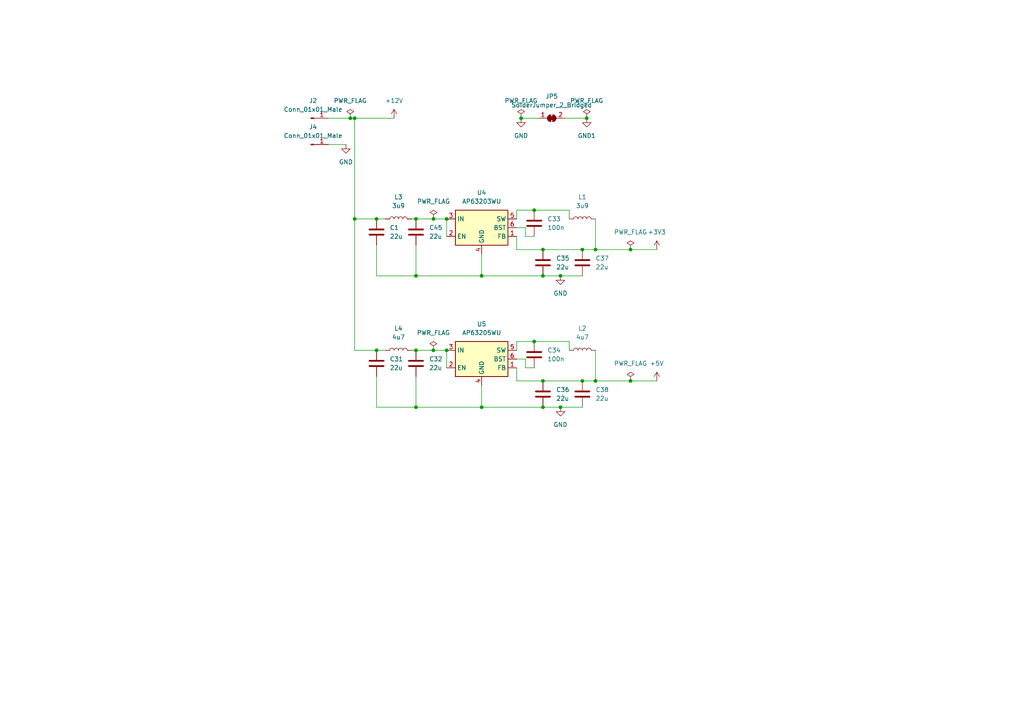
<source format=kicad_sch>
(kicad_sch (version 20211123) (generator eeschema)
  (paper "A4")
  (lib_symbols
    (symbol "Connector:Conn_01x01_Male" (pin_names (offset 1.016) hide)
      (property "Reference" "J" (at 0 2.54 0))
      (property "Value" "Conn_01x01_Male" (at 0 -2.54 0))
      (symbol "Conn_01x01_Male_1_1"
        (polyline (pts (xy 1.27 0) (xy 0.8636 0)) (stroke (width 0.1524)))
        (rectangle (start 0.8636 0.127) (end 0 -0.127) (stroke (width 0.1524)) (fill (type outline)))
        (pin passive line (at 5.08 0 180) (length 3.81) (name "Pin_1") (number "1"))
      )
    )
    (symbol "Device:C" (pin_numbers hide) (pin_names (offset 0.254))
      (property "Reference" "C" (at 0.635 2.54 0))
      (property "Value" "C" (at 0.635 -2.54 0))
      (symbol "C_0_1"
        (polyline (pts (xy -2.032 -0.762) (xy 2.032 -0.762)) (stroke (width 0.508)))
        (polyline (pts (xy -2.032 0.762) (xy 2.032 0.762)) (stroke (width 0.508)))
      )
      (symbol "C_1_1"
        (pin passive line (at 0 3.81 270) (length 2.794) (name "~") (number "1"))
        (pin passive line (at 0 -3.81 90) (length 2.794) (name "~") (number "2"))
      )
    )
    (symbol "Device:L" (pin_numbers hide) (pin_names (offset 1.016) hide)
      (property "Reference" "L" (at -1.27 0 90))
      (property "Value" "L" (at 1.905 0 90))
      (symbol "L_0_1"
        (arc (start 0 -2.54) (mid 0.635 -1.905) (end 0 -1.27))
        (arc (start 0 -1.27) (mid 0.635 -0.635) (end 0 0))
        (arc (start 0 0) (mid 0.635 0.635) (end 0 1.27))
        (arc (start 0 1.27) (mid 0.635 1.905) (end 0 2.54))
      )
      (symbol "L_1_1"
        (pin passive line (at 0 3.81 270) (length 1.27) (name "1") (number "1"))
        (pin passive line (at 0 -3.81 90) (length 1.27) (name "2") (number "2"))
      )
    )
    (symbol "Jumper:SolderJumper_2_Bridged" (pin_names (offset 0) hide)
      (property "Reference" "JP" (at 0 2.032 0))
      (property "Value" "SolderJumper_2_Bridged" (at 0 -2.54 0))
      (symbol "SolderJumper_2_Bridged_0_1"
        (rectangle (start -0.508 0.508) (end 0.508 -0.508) (fill (type outline)))
        (arc (start -0.254 1.016) (mid -1.27 0) (end -0.254 -1.016))
        (arc (start -0.254 1.016) (mid -1.27 0) (end -0.254 -1.016) (fill (type outline)))
        (polyline (pts (xy -0.254 1.016) (xy -0.254 -1.016)))
        (polyline (pts (xy 0.254 1.016) (xy 0.254 -1.016)))
        (arc (start 0.254 -1.016) (mid 1.27 0) (end 0.254 1.016))
        (arc (start 0.254 -1.016) (mid 1.27 0) (end 0.254 1.016) (fill (type outline)))
      )
      (symbol "SolderJumper_2_Bridged_1_1"
        (pin passive line (at -3.81 0 0) (length 2.54) (name "A") (number "1"))
        (pin passive line (at 3.81 0 180) (length 2.54) (name "B") (number "2"))
      )
    )
    (symbol "Regulator_Switching:AP63203WU"
      (property "Reference" "U" (at -7.62 6.35 0))
      (property "Value" "AP63203WU" (at 2.54 6.35 0))
      (symbol "AP63203WU_0_1"
        (rectangle (start -7.62 5.08) (end 7.62 -5.08) (stroke (width 0.254)) (fill (type background)))
      )
      (symbol "AP63203WU_1_1"
        (pin input line (at 10.16 -2.54 180) (length 2.54) (name "FB") (number "1"))
        (pin input line (at -10.16 -2.54 0) (length 2.54) (name "EN") (number "2"))
        (pin power_in line (at -10.16 2.54 0) (length 2.54) (name "IN") (number "3"))
        (pin power_in line (at 0 -7.62 90) (length 2.54) (name "GND") (number "4"))
        (pin output line (at 10.16 2.54 180) (length 2.54) (name "SW") (number "5"))
        (pin passive line (at 10.16 0 180) (length 2.54) (name "BST") (number "6"))
      )
    )
    (symbol "Regulator_Switching:AP63205WU"
      (property "Reference" "U" (at -7.62 6.35 0))
      (property "Value" "AP63205WU" (at 2.54 6.35 0))
      (symbol "AP63205WU_0_1"
        (rectangle (start -7.62 5.08) (end 7.62 -5.08) (stroke (width 0.254)) (fill (type background)))
      )
      (symbol "AP63205WU_1_1"
        (pin input line (at 10.16 -2.54 180) (length 2.54) (name "FB") (number "1"))
        (pin input line (at -10.16 -2.54 0) (length 2.54) (name "EN") (number "2"))
        (pin power_in line (at -10.16 2.54 0) (length 2.54) (name "IN") (number "3"))
        (pin power_in line (at 0 -7.62 90) (length 2.54) (name "GND") (number "4"))
        (pin output line (at 10.16 2.54 180) (length 2.54) (name "SW") (number "5"))
        (pin passive line (at 10.16 0 180) (length 2.54) (name "BST") (number "6"))
      )
    )
    (symbol "power:+12V" (power) (pin_names (offset 0))
      (property "Value" "+12V" (at 0 3.556 0))
      (symbol "+12V_0_1"
        (polyline (pts (xy -0.762 1.27) (xy 0 2.54)))
        (polyline (pts (xy 0 0) (xy 0 2.54)))
        (polyline (pts (xy 0 2.54) (xy 0.762 1.27)))
      )
      (symbol "+12V_1_1"
        (pin power_in line (at 0 0 90) (length 0) hide (name "+12V") (number "1"))
      )
    )
    (symbol "power:+3V3" (power) (pin_names (offset 0))
      (property "Value" "+3V3" (at 0 3.556 0))
      (symbol "+3V3_0_1"
        (polyline (pts (xy -0.762 1.27) (xy 0 2.54)))
        (polyline (pts (xy 0 0) (xy 0 2.54)))
        (polyline (pts (xy 0 2.54) (xy 0.762 1.27)))
      )
      (symbol "+3V3_1_1"
        (pin power_in line (at 0 0 90) (length 0) hide (name "+3V3") (number "1"))
      )
    )
    (symbol "power:+5V" (power) (pin_names (offset 0))
      (property "Value" "+5V" (at 0 3.556 0))
      (symbol "+5V_0_1"
        (polyline (pts (xy -0.762 1.27) (xy 0 2.54)))
        (polyline (pts (xy 0 0) (xy 0 2.54)))
        (polyline (pts (xy 0 2.54) (xy 0.762 1.27)))
      )
      (symbol "+5V_1_1"
        (pin power_in line (at 0 0 90) (length 0) hide (name "+5V") (number "1"))
      )
    )
    (symbol "power:GND" (power) (pin_names (offset 0))
      (property "Value" "GND" (at 0 -3.81 0))
      (symbol "GND_0_1"
        (polyline (pts (xy 0 0) (xy 0 -1.27) (xy 1.27 -1.27) (xy 0 -2.54) (xy -1.27 -1.27) (xy 0 -1.27)))
      )
      (symbol "GND_1_1"
        (pin power_in line (at 0 0 270) (length 0) hide (name "GND") (number "1"))
      )
    )
    (symbol "power:GND1" (power) (pin_names (offset 0))
      (property "Value" "GND1" (at 0 -3.81 0))
      (symbol "GND1_0_1"
        (polyline (pts (xy 0 0) (xy 0 -1.27) (xy 1.27 -1.27) (xy 0 -2.54) (xy -1.27 -1.27) (xy 0 -1.27)))
      )
      (symbol "GND1_1_1"
        (pin power_in line (at 0 0 270) (length 0) hide (name "GND1") (number "1"))
      )
    )
    (symbol "power:PWR_FLAG" (power) (pin_numbers hide) (pin_names (offset 0) hide)
      (property "Value" "PWR_FLAG" (at 0 3.81 0))
      (symbol "PWR_FLAG_0_0"
        (pin power_out line (at 0 0 90) (length 0) (name "pwr") (number "1"))
      )
      (symbol "PWR_FLAG_0_1"
        (polyline (pts (xy 0 0) (xy 0 1.27) (xy -1.016 1.905) (xy 0 2.54) (xy 1.016 1.905) (xy 0 1.27)))
      )
    )
  )
  (junction (at 129.54 63.5))
  (junction (at 168.91 110.49))
  (junction (at 157.48 110.49))
  (junction (at 125.6993 101.6))
  (junction (at 129.54 101.6))
  (junction (at 162.56 118.11))
  (junction (at 162.56 80.01))
  (junction (at 120.65 118.11))
  (junction (at 139.7 80.01))
  (junction (at 109.22 101.6))
  (junction (at 154.94 99.06))
  (junction (at 102.87 63.5))
  (junction (at 101.6 34.29))
  (junction (at 182.88 72.39))
  (junction (at 170.18 34.29))
  (junction (at 120.65 80.01))
  (junction (at 125.73 63.5))
  (junction (at 157.48 80.01))
  (junction (at 151.13 34.29))
  (junction (at 139.7 118.11))
  (junction (at 168.91 72.39))
  (junction (at 120.65 101.6))
  (junction (at 120.65 63.5))
  (junction (at 182.88 110.49))
  (junction (at 154.94 60.96))
  (junction (at 109.22 63.5))
  (junction (at 102.87 34.29))
  (junction (at 172.72 110.49))
  (junction (at 157.48 118.11))
  (junction (at 157.48 72.39))
  (junction (at 172.72 72.39))
  (wire (pts (xy 102.87 63.5) (xy 102.87 101.6)))
  (wire (pts (xy 157.48 110.49) (xy 168.91 110.49)))
  (wire (pts (xy 120.65 71.12) (xy 120.65 80.01)))
  (wire (pts (xy 172.72 110.49) (xy 182.88 110.49)))
  (wire (pts (xy 157.48 118.11) (xy 162.56 118.11)))
  (wire (pts (xy 165.1 101.6) (xy 165.1 99.06)))
  (wire (pts (xy 152.4 106.68) (xy 154.94 106.68)))
  (wire (pts (xy 109.22 80.01) (xy 120.65 80.01)))
  (wire (pts (xy 149.86 66.04) (xy 152.4 66.04)))
  (wire (pts (xy 139.7 118.11) (xy 157.48 118.11)))
  (wire (pts (xy 149.86 99.06) (xy 154.94 99.06)))
  (wire (pts (xy 182.88 72.39) (xy 190.5 72.39)))
  (wire (pts (xy 102.87 63.5) (xy 109.22 63.5)))
  (wire (pts (xy 149.86 110.49) (xy 157.48 110.49)))
  (wire (pts (xy 163.83 34.29) (xy 170.18 34.29)))
  (wire (pts (xy 109.22 71.12) (xy 109.22 80.01)))
  (wire (pts (xy 139.7 111.76) (xy 139.7 118.11)))
  (wire (pts (xy 101.6 34.29) (xy 102.87 34.29)))
  (wire (pts (xy 157.48 80.01) (xy 162.56 80.01)))
  (wire (pts (xy 120.65 63.5) (xy 125.73 63.5)))
  (wire (pts (xy 109.22 63.5) (xy 111.76 63.5)))
  (wire (pts (xy 102.87 34.29) (xy 114.3 34.29)))
  (wire (pts (xy 152.4 68.58) (xy 154.94 68.58)))
  (wire (pts (xy 165.1 99.06) (xy 154.94 99.06)))
  (wire (pts (xy 109.22 101.6) (xy 111.76 101.6)))
  (wire (pts (xy 102.87 101.6) (xy 109.22 101.6)))
  (wire (pts (xy 172.72 72.39) (xy 182.88 72.39)))
  (wire (pts (xy 152.4 66.04) (xy 152.4 68.58)))
  (wire (pts (xy 119.38 63.5) (xy 120.65 63.5)))
  (wire (pts (xy 172.72 110.49) (xy 172.72 101.6)))
  (wire (pts (xy 120.65 109.22) (xy 120.65 118.11)))
  (wire (pts (xy 149.86 106.68) (xy 149.86 110.49)))
  (wire (pts (xy 95.25 34.29) (xy 101.6 34.29)))
  (wire (pts (xy 119.38 101.6) (xy 120.65 101.6)))
  (wire (pts (xy 149.86 72.39) (xy 157.48 72.39)))
  (wire (pts (xy 165.1 63.5) (xy 165.1 60.96)))
  (wire (pts (xy 152.4 104.14) (xy 152.4 106.68)))
  (wire (pts (xy 182.88 110.49) (xy 190.5 110.49)))
  (wire (pts (xy 139.7 73.66) (xy 139.7 80.01)))
  (wire (pts (xy 109.22 118.11) (xy 120.65 118.11)))
  (wire (pts (xy 125.6993 101.6) (xy 129.54 101.6)))
  (wire (pts (xy 157.48 72.39) (xy 168.91 72.39)))
  (wire (pts (xy 162.56 80.01) (xy 168.91 80.01)))
  (wire (pts (xy 172.72 72.39) (xy 172.72 63.5)))
  (wire (pts (xy 168.91 110.49) (xy 172.72 110.49)))
  (wire (pts (xy 120.65 118.11) (xy 139.7 118.11)))
  (wire (pts (xy 125.73 63.5) (xy 129.54 63.5)))
  (wire (pts (xy 149.86 60.96) (xy 154.94 60.96)))
  (wire (pts (xy 162.56 118.11) (xy 168.91 118.11)))
  (wire (pts (xy 102.87 34.29) (xy 102.87 63.5)))
  (wire (pts (xy 95.25 41.91) (xy 100.33 41.91)))
  (wire (pts (xy 149.86 104.14) (xy 152.4 104.14)))
  (wire (pts (xy 139.7 80.01) (xy 157.48 80.01)))
  (wire (pts (xy 156.21 34.29) (xy 151.13 34.29)))
  (wire (pts (xy 165.1 60.96) (xy 154.94 60.96)))
  (wire (pts (xy 149.86 101.6) (xy 149.86 99.06)))
  (wire (pts (xy 120.65 80.01) (xy 139.7 80.01)))
  (wire (pts (xy 149.86 63.5) (xy 149.86 60.96)))
  (wire (pts (xy 109.22 109.22) (xy 109.22 118.11)))
  (wire (pts (xy 168.91 72.39) (xy 172.72 72.39)))
  (wire (pts (xy 129.54 101.6) (xy 129.54 106.68)))
  (wire (pts (xy 129.54 63.5) (xy 129.54 68.58)))
  (wire (pts (xy 120.65 101.6) (xy 125.6993 101.6)))
  (wire (pts (xy 149.86 68.58) (xy 149.86 72.39)))
  (symbol (lib_id "power:GND") (at 162.56 80.01 0) (unit 1)
    (property "Reference" "#PWR048" (effects hide))
    (property "Value" "GND" (at 162.56 85.09 0))
  )
  (symbol (lib_id "power:GND") (at 151.13 34.29 0) (unit 1)
    (property "Reference" "#PWR0113" (effects hide))
    (property "Value" "GND" (at 151.13 39.37 0))
  )
  (symbol (lib_id "Device:L") (at 115.57 63.5 90) (unit 1)
    (property "Reference" "L3" (at 115.57 57.15 90))
    (property "Value" "3u9" (at 115.57 59.69 90))
    (property "Footprint" "Inductors:SBCP-47HY3R9B" (effects hide))
    (property "Datasheet" "https://connect.kemet.com:7667/gateway/IntelliData-ComponentDocumentation/1.0/download/specsheet/SBCP-47HY3R9B" (effects hide))
    (property "Source" "https://onecall.farnell.com/kemet/sbcp-47hy3r9b/inductor-3-9uh-20-2-15a-radial/dp/3011792" (effects hide))
  )
  (symbol (lib_id "Device:C") (at 120.65 67.31 0) (unit 1)
    (property "Reference" "C45" (at 124.46 66.0399 0) (effects (justify left)))
    (property "Value" "22u" (at 124.46 68.5799 0) (effects (justify left)))
    (property "Footprint" "Capacitor_SMD:C_0805_2012Metric_Pad1.18x1.45mm_HandSolder" (effects hide))
    (property "Source" "https://onecall.farnell.com/avx/0805zd226mat2a/cap-22-f-10v-20-x5r-0805/dp/1867956" (effects hide))
  )
  (symbol (lib_id "Device:C") (at 154.94 64.77 0) (unit 1)
    (property "Reference" "C33" (at 158.75 63.4999 0) (effects (justify left)))
    (property "Value" "100n" (at 158.75 66.0399 0) (effects (justify left)))
    (property "Footprint" "Capacitor_SMD:C_0805_2012Metric_Pad1.18x1.45mm_HandSolder" (effects hide))
    (property "Source" "L3 store" (effects hide))
  )
  (symbol (lib_id "power:+5V") (at 190.5 110.49 0) (unit 1)
    (property "Reference" "#PWR051" (effects hide))
    (property "Value" "+5V" (at 190.5 105.41 0))
  )
  (symbol (lib_id "power:PWR_FLAG") (at 182.88 72.39 0) (unit 1)
    (property "Reference" "#FLG0102" (effects hide))
    (property "Value" "PWR_FLAG" (at 182.88 67.31 0))
  )
  (symbol (lib_id "power:PWR_FLAG") (at 101.6 34.29 0) (unit 1)
    (property "Reference" "#FLG0103" (effects hide))
    (property "Value" "PWR_FLAG" (at 101.6 29.21 0))
  )
  (symbol (lib_id "Device:C") (at 154.94 102.87 0) (unit 1)
    (property "Reference" "C34" (at 158.75 101.5999 0) (effects (justify left)))
    (property "Value" "100n" (at 158.75 104.1399 0) (effects (justify left)))
    (property "Footprint" "Capacitor_SMD:C_0805_2012Metric_Pad1.18x1.45mm_HandSolder" (effects hide))
    (property "Source" "L3 store" (effects hide))
  )
  (symbol (lib_id "Device:C") (at 168.91 114.3 0) (unit 1)
    (property "Reference" "C38" (at 172.72 113.0299 0) (effects (justify left)))
    (property "Value" "22u" (at 172.72 115.5699 0) (effects (justify left)))
    (property "Footprint" "Capacitor_SMD:C_0805_2012Metric_Pad1.18x1.45mm_HandSolder" (effects hide))
    (property "Source" "https://onecall.farnell.com/avx/0805zd226mat2a/cap-22-f-10v-20-x5r-0805/dp/1867956" (effects hide))
  )
  (symbol (lib_id "power:PWR_FLAG") (at 125.73 63.5 0) (unit 1)
    (property "Reference" "#FLG0108" (effects hide))
    (property "Value" "PWR_FLAG" (at 125.73 58.42 0))
  )
  (symbol (lib_id "Regulator_Switching:AP63205WU") (at 139.7 104.14 0) (unit 1)
    (property "Reference" "U5" (at 139.7 93.98 0))
    (property "Value" "AP63205WU" (at 139.7 96.52 0))
    (property "Footprint" "Package_TO_SOT_SMD:TSOT-23-6" (effects hide))
    (property "Datasheet" "https://www.diodes.com/assets/Datasheets/AP63200-AP63201-AP63203-AP63205.pdf" (effects hide))
    (property "Source" "https://onecall.farnell.com/diodes-inc/ap63205wu-7/dc-dc-conv-sync-buck-1-1mhz-85deg/dp/3518308" (effects hide))
  )
  (symbol (lib_id "power:PWR_FLAG") (at 125.6993 101.6 0) (unit 1)
    (property "Reference" "#FLG0107" (effects hide))
    (property "Value" "PWR_FLAG" (at 125.6993 96.52 0))
  )
  (symbol (lib_id "Device:L") (at 168.91 101.6 90) (unit 1)
    (property "Reference" "L2" (at 168.91 95.25 90))
    (property "Value" "4u7" (at 168.91 97.79 90))
    (property "Footprint" "Inductors:SBCP-47HY4R7B" (effects hide))
    (property "Datasheet" "https://connect.kemet.com:7667/gateway/IntelliData-ComponentDocumentation/1.0/download/specsheet/SBCP-47HY4R7B" (effects hide))
    (property "Source" "https://onecall.farnell.com/kemet/sbcp-47hy4r7b/inductor-4-7uh-20-2-1a-radial/dp/3011796" (effects hide))
  )
  (symbol (lib_id "power:+12V") (at 114.3 34.29 0) (unit 1)
    (property "Reference" "#PWR047" (effects hide))
    (property "Value" "+12V" (at 114.3 29.21 0))
  )
  (symbol (lib_id "Device:C") (at 120.65 105.41 0) (unit 1)
    (property "Reference" "C32" (at 124.46 104.1399 0) (effects (justify left)))
    (property "Value" "22u" (at 124.46 106.6799 0) (effects (justify left)))
    (property "Footprint" "Capacitor_SMD:C_0805_2012Metric_Pad1.18x1.45mm_HandSolder" (effects hide))
    (property "Source" "https://onecall.farnell.com/avx/0805zd226mat2a/cap-22-f-10v-20-x5r-0805/dp/1867956" (effects hide))
  )
  (symbol (lib_id "Jumper:SolderJumper_2_Bridged") (at 160.02 34.29 0) (unit 1)
    (property "Reference" "JP5" (at 160.02 27.94 0))
    (property "Value" "SolderJumper_2_Bridged" (at 160.02 30.48 0))
    (property "Footprint" "Jumper:SolderJumper-2_P1.3mm_Bridged_Pad1.0x1.5mm" (effects hide))
    (property "Source" "pcb" (effects hide))
  )
  (symbol (lib_id "Device:C") (at 168.91 76.2 0) (unit 1)
    (property "Reference" "C37" (at 172.72 74.9299 0) (effects (justify left)))
    (property "Value" "22u" (at 172.72 77.4699 0) (effects (justify left)))
    (property "Footprint" "Capacitor_SMD:C_0805_2012Metric_Pad1.18x1.45mm_HandSolder" (effects hide))
    (property "Source" "https://onecall.farnell.com/avx/0805zd226mat2a/cap-22-f-10v-20-x5r-0805/dp/1867956" (effects hide))
  )
  (symbol (lib_id "Device:C") (at 157.48 114.3 0) (unit 1)
    (property "Reference" "C36" (at 161.29 113.0299 0) (effects (justify left)))
    (property "Value" "22u" (at 161.29 115.5699 0) (effects (justify left)))
    (property "Footprint" "Capacitor_SMD:C_0805_2012Metric_Pad1.18x1.45mm_HandSolder" (effects hide))
    (property "Source" "https://onecall.farnell.com/avx/0805zd226mat2a/cap-22-f-10v-20-x5r-0805/dp/1867956" (effects hide))
  )
  (symbol (lib_id "power:PWR_FLAG") (at 151.13 34.29 0) (unit 1)
    (property "Reference" "#FLG0110" (effects hide))
    (property "Value" "PWR_FLAG" (at 151.13 29.21 0))
  )
  (symbol (lib_id "power:+3V3") (at 190.5 72.39 0) (unit 1)
    (property "Reference" "#PWR050" (effects hide))
    (property "Value" "+3V3" (at 190.5 67.31 0))
  )
  (symbol (lib_id "Device:L") (at 115.57 101.6 90) (unit 1)
    (property "Reference" "L4" (at 115.57 95.25 90))
    (property "Value" "4u7" (at 115.57 97.79 90))
    (property "Footprint" "Inductors:SBCP-47HY4R7B" (effects hide))
    (property "Datasheet" "https://connect.kemet.com:7667/gateway/IntelliData-ComponentDocumentation/1.0/download/specsheet/SBCP-47HY4R7B" (effects hide))
    (property "Source" "https://onecall.farnell.com/kemet/sbcp-47hy4r7b/inductor-4-7uh-20-2-1a-radial/dp/3011796" (effects hide))
  )
  (symbol (lib_id "Connector:Conn_01x01_Male") (at 90.17 34.29 0) (unit 1)
    (property "Reference" "J2" (at 90.805 29.21 0))
    (property "Value" "Conn_01x01_Male" (at 90.805 31.75 0))
    (property "Footprint" "multicomp test connector:24.243.2" (effects hide))
    (property "Source" "https://onecall.farnell.com/multicomp/24-243-1/banana-socket-20a-4mm-pcb-red/dp/1698982?st=test%20connector" (effects hide))
  )
  (symbol (lib_id "power:GND") (at 162.56 118.11 0) (unit 1)
    (property "Reference" "#PWR049" (effects hide))
    (property "Value" "GND" (at 162.56 123.19 0))
  )
  (symbol (lib_id "Device:C") (at 157.48 76.2 0) (unit 1)
    (property "Reference" "C35" (at 161.29 74.9299 0) (effects (justify left)))
    (property "Value" "22u" (at 161.29 77.4699 0) (effects (justify left)))
    (property "Footprint" "Capacitor_SMD:C_0805_2012Metric_Pad1.18x1.45mm_HandSolder" (effects hide))
    (property "Source" "https://onecall.farnell.com/avx/0805zd226mat2a/cap-22-f-10v-20-x5r-0805/dp/1867956" (effects hide))
  )
  (symbol (lib_id "Device:C") (at 109.22 105.41 0) (unit 1)
    (property "Reference" "C31" (at 113.03 104.1399 0) (effects (justify left)))
    (property "Value" "22u" (at 113.03 106.6799 0) (effects (justify left)))
    (property "Footprint" "Capacitor_SMD:C_0805_2012Metric_Pad1.18x1.45mm_HandSolder" (effects hide))
    (property "Source" "https://onecall.farnell.com/avx/0805zd226mat2a/cap-22-f-10v-20-x5r-0805/dp/1867956" (effects hide))
  )
  (symbol (lib_id "Connector:Conn_01x01_Male") (at 90.17 41.91 0) (unit 1)
    (property "Reference" "J4" (at 90.805 36.83 0))
    (property "Value" "Conn_01x01_Male" (at 90.805 39.37 0))
    (property "Footprint" "multicomp test connector:24.243.2" (effects hide))
    (property "Source" "https://onecall.farnell.com/multicomp/24-243-2/receptacle-20a-4mm-pcb-solder/dp/1698983?st=test%20connector" (effects hide))
  )
  (symbol (lib_id "power:GND") (at 100.33 41.91 0) (unit 1)
    (property "Reference" "#PWR046" (effects hide))
    (property "Value" "GND" (at 100.33 46.99 0))
  )
  (symbol (lib_id "Device:C") (at 109.22 67.31 0) (unit 1)
    (property "Reference" "C1" (at 113.03 66.0399 0) (effects (justify left)))
    (property "Value" "22u" (at 113.03 68.5799 0) (effects (justify left)))
    (property "Footprint" "Capacitor_SMD:C_0805_2012Metric_Pad1.18x1.45mm_HandSolder" (effects hide))
    (property "Source" "https://onecall.farnell.com/avx/0805zd226mat2a/cap-22-f-10v-20-x5r-0805/dp/1867956" (effects hide))
  )
  (symbol (lib_id "power:GND1") (at 170.18 34.29 0) (unit 1)
    (property "Reference" "#PWR0112" (effects hide))
    (property "Value" "GND1" (at 170.18 39.37 0))
  )
  (symbol (lib_id "power:PWR_FLAG") (at 182.88 110.49 0) (unit 1)
    (property "Reference" "#FLG0101" (effects hide))
    (property "Value" "PWR_FLAG" (at 182.88 105.41 0))
  )
  (symbol (lib_id "power:PWR_FLAG") (at 170.18 34.29 0) (unit 1)
    (property "Reference" "#FLG0109" (effects hide))
    (property "Value" "PWR_FLAG" (at 170.18 29.21 0))
  )
  (symbol (lib_id "Regulator_Switching:AP63203WU") (at 139.7 66.04 0) (unit 1)
    (property "Reference" "U4" (at 139.7 55.88 0))
    (property "Value" "AP63203WU" (at 139.7 58.42 0))
    (property "Footprint" "Package_TO_SOT_SMD:TSOT-23-6" (effects hide))
    (property "Datasheet" "https://www.diodes.com/assets/Datasheets/AP63200-AP63201-AP63203-AP63205.pdf" (effects hide))
    (property "Source" "https://onecall.farnell.com/diodes-inc/ap63203wu-7/dc-dc-conv-sync-buck-1-1mhz-85deg/dp/3518307" (effects hide))
  )
  (symbol (lib_id "Device:L") (at 168.91 63.5 90) (unit 1)
    (property "Reference" "L1" (at 168.91 57.15 90))
    (property "Value" "3u9" (at 168.91 59.69 90))
    (property "Footprint" "Inductors:SBCP-47HY3R9B" (effects hide))
    (property "Datasheet" "https://connect.kemet.com:7667/gateway/IntelliData-ComponentDocumentation/1.0/download/specsheet/SBCP-47HY3R9B" (effects hide))
    (property "Source" "https://onecall.farnell.com/kemet/sbcp-47hy3r9b/inductor-3-9uh-20-2-15a-radial/dp/3011792" (effects hide))
  )
)
</source>
